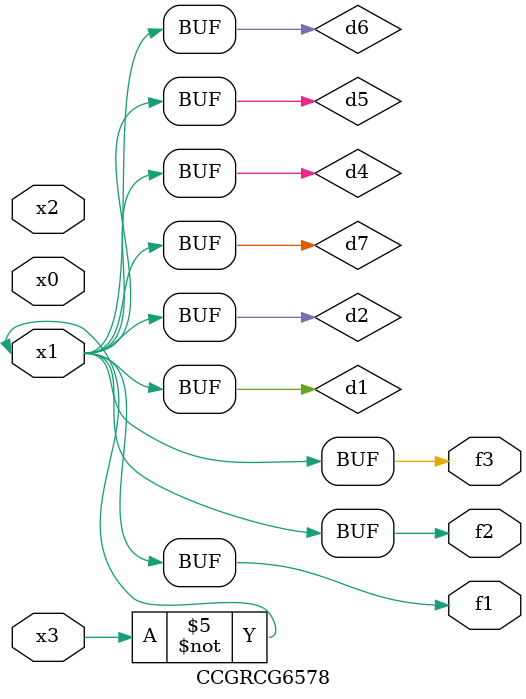
<source format=v>
module CCGRCG6578(
	input x0, x1, x2, x3,
	output f1, f2, f3
);

	wire d1, d2, d3, d4, d5, d6, d7;

	not (d1, x3);
	buf (d2, x1);
	xnor (d3, d1, d2);
	nor (d4, d1);
	buf (d5, d1, d2);
	buf (d6, d4, d5);
	nand (d7, d4);
	assign f1 = d6;
	assign f2 = d7;
	assign f3 = d6;
endmodule

</source>
